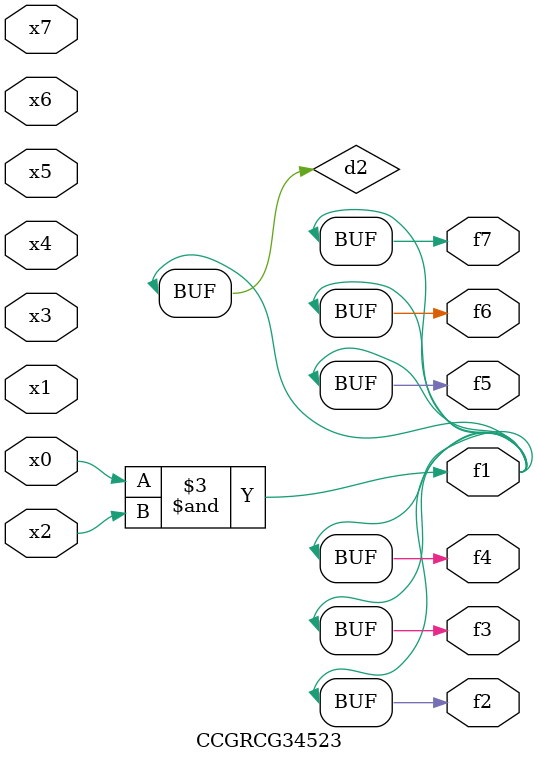
<source format=v>
module CCGRCG34523(
	input x0, x1, x2, x3, x4, x5, x6, x7,
	output f1, f2, f3, f4, f5, f6, f7
);

	wire d1, d2;

	nor (d1, x3, x6);
	and (d2, x0, x2);
	assign f1 = d2;
	assign f2 = d2;
	assign f3 = d2;
	assign f4 = d2;
	assign f5 = d2;
	assign f6 = d2;
	assign f7 = d2;
endmodule

</source>
